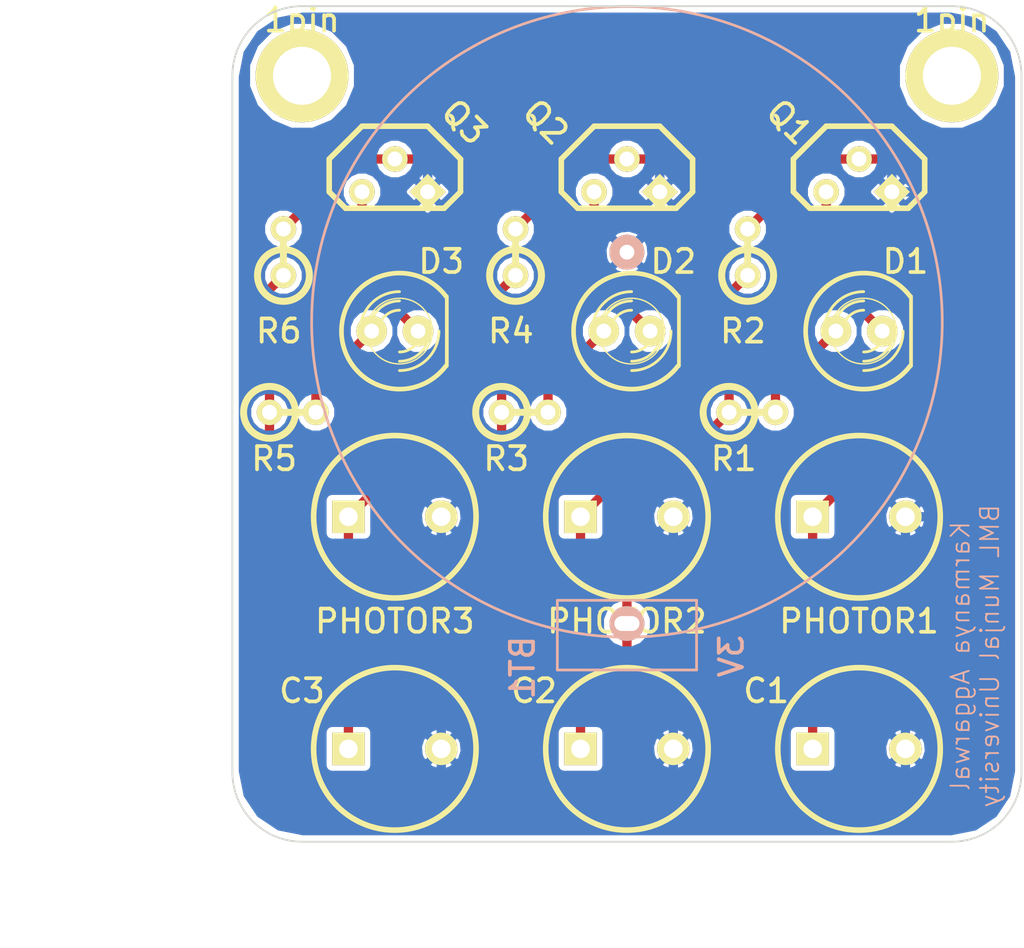
<source format=kicad_pcb>
(kicad_pcb (version 4) (host pcbnew "(2015-07-01 BZR 5850)-product")

  (general
    (links 30)
    (no_connects 0)
    (area 206.324288 177.1142 261.670001 231.3)
    (thickness 1.6)
    (drawings 12)
    (tracks 80)
    (zones 0)
    (modules 21)
    (nets 12)
  )

  (page A3)
  (layers
    (0 F.Cu signal)
    (31 B.Cu signal)
    (32 B.Adhes user)
    (33 F.Adhes user)
    (34 B.Paste user)
    (35 F.Paste user)
    (36 B.SilkS user)
    (37 F.SilkS user)
    (38 B.Mask user)
    (39 F.Mask user)
    (40 Dwgs.User user)
    (41 Cmts.User user)
    (42 Eco1.User user)
    (43 Eco2.User user)
    (44 Edge.Cuts user)
  )

  (setup
    (last_trace_width 0.254)
    (trace_clearance 0.254)
    (zone_clearance 0.3)
    (zone_45_only no)
    (trace_min 0.254)
    (segment_width 0.2)
    (edge_width 0.1)
    (via_size 0.889)
    (via_drill 0.635)
    (via_min_size 0.889)
    (via_min_drill 0.508)
    (uvia_size 0.508)
    (uvia_drill 0.127)
    (uvias_allowed no)
    (uvia_min_size 0.508)
    (uvia_min_drill 0.127)
    (pcb_text_width 0.3)
    (pcb_text_size 1.5 1.5)
    (mod_edge_width 0.15)
    (mod_text_size 1.27 1.27)
    (mod_text_width 0.2032)
    (pad_size 5.08 5.08)
    (pad_drill 3.175)
    (pad_to_mask_clearance 0)
    (aux_axis_origin 0 0)
    (visible_elements FFFFFF7F)
    (pcbplotparams
      (layerselection 0x00030_80000001)
      (usegerberextensions true)
      (excludeedgelayer true)
      (linewidth 0.150000)
      (plotframeref false)
      (viasonmask false)
      (mode 1)
      (useauxorigin false)
      (hpglpennumber 1)
      (hpglpenspeed 20)
      (hpglpendiameter 15)
      (hpglpenoverlay 2)
      (psnegative false)
      (psa4output false)
      (plotreference true)
      (plotvalue true)
      (plotinvisibletext false)
      (padsonsilk false)
      (subtractmaskfromsilk false)
      (outputformat 1)
      (mirror false)
      (drillshape 1)
      (scaleselection 1)
      (outputdirectory ""))
  )

  (net 0 "")
  (net 1 3V)
  (net 2 GND)
  (net 3 N-000001)
  (net 4 N-0000010)
  (net 5 N-000002)
  (net 6 N-000003)
  (net 7 N-000004)
  (net 8 N-000005)
  (net 9 N-000006)
  (net 10 N-000007)
  (net 11 N-000009)

  (net_class Default "This is the default net class."
    (clearance 0.254)
    (trace_width 0.254)
    (via_dia 0.889)
    (via_drill 0.635)
    (uvia_dia 0.508)
    (uvia_drill 0.127)
  )

  (net_class 0.02 ""
    (clearance 0.254)
    (trace_width 0.508)
    (via_dia 0.889)
    (via_drill 0.635)
    (uvia_dia 0.508)
    (uvia_drill 0.127)
    (add_net 3V)
    (add_net GND)
    (add_net N-000001)
    (add_net N-0000010)
    (add_net N-000002)
    (add_net N-000003)
    (add_net N-000004)
    (add_net N-000005)
    (add_net N-000006)
    (add_net N-000007)
    (add_net N-000009)
  )

  (module Connect:1pin (layer F.Cu) (tedit 55D6C364) (tstamp 55D6DB50)
    (at 222.25 181.61)
    (descr "module 1 pin (ou trou mecanique de percage)")
    (tags DEV)
    (fp_text reference 1pin (at 0 -3.048) (layer F.SilkS)
      (effects (font (size 1.27 1.27) (thickness 0.2032)))
    )
    (fp_text value VAL** (at 0 2.794) (layer F.SilkS) hide
      (effects (font (size 1.27 1.27) (thickness 0.2032)))
    )
    (fp_circle (center 0 0) (end 0 -2.286) (layer F.SilkS) (width 0.15))
    (pad 1 thru_hole circle (at 0 0) (size 5.08 5.08) (drill 3.175) (layers *.Cu *.Mask F.SilkS))
  )

  (module TO92-EBC-num (layer F.Cu) (tedit 55D6C509) (tstamp 55D60056)
    (at 252.73 187.96 315)
    (descr "Transistor TO92 brochage type BC237")
    (tags "TR TO92")
    (path /55D6A256)
    (fp_text reference Q1 (at -5.388154 0 315) (layer F.SilkS)
      (effects (font (size 1.27 1.27) (thickness 0.2032)))
    )
    (fp_text value PN2222A (at -0.508 -3.175 315) (layer F.SilkS) hide
      (effects (font (size 1.27 1.27) (thickness 0.2032)))
    )
    (fp_line (start -1.27 2.54) (end 2.54 -1.27) (layer F.SilkS) (width 0.3048))
    (fp_line (start 2.54 -1.27) (end 2.54 -2.54) (layer F.SilkS) (width 0.3048))
    (fp_line (start 2.54 -2.54) (end 1.27 -3.81) (layer F.SilkS) (width 0.3048))
    (fp_line (start 1.27 -3.81) (end -1.27 -3.81) (layer F.SilkS) (width 0.3048))
    (fp_line (start -1.27 -3.81) (end -3.81 -1.27) (layer F.SilkS) (width 0.3048))
    (fp_line (start -3.81 -1.27) (end -3.81 1.27) (layer F.SilkS) (width 0.3048))
    (fp_line (start -3.81 1.27) (end -2.54 2.54) (layer F.SilkS) (width 0.3048))
    (fp_line (start -2.54 2.54) (end -1.27 2.54) (layer F.SilkS) (width 0.3048))
    (pad 1 thru_hole rect (at 1.27 -1.27 315) (size 1.397 1.397) (drill 0.8128) (layers *.Cu *.Mask F.SilkS)
      (net 2 GND))
    (pad 2 thru_hole circle (at -1.27 -1.27 315) (size 1.397 1.397) (drill 0.8128) (layers *.Cu *.Mask F.SilkS)
      (net 3 N-000001))
    (pad 3 thru_hole circle (at -1.27 1.27 315) (size 1.397 1.397) (drill 0.8128) (layers *.Cu *.Mask F.SilkS)
      (net 5 N-000002))
    (model discret/to98.wrl
      (at (xyz 0 0 0))
      (scale (xyz 1 1 1))
      (rotate (xyz 0 0 0))
    )
  )

  (module TO92-EBC-num (layer F.Cu) (tedit 55D6C511) (tstamp 55D60065)
    (at 240.03 187.96 315)
    (descr "Transistor TO92 brochage type BC237")
    (tags "TR TO92")
    (path /55D6A272)
    (fp_text reference Q2 (at -5.837166 0.449013 315) (layer F.SilkS)
      (effects (font (size 1.27 1.27) (thickness 0.2032)))
    )
    (fp_text value PN2222A (at -0.508 -3.175 315) (layer F.SilkS) hide
      (effects (font (size 1.27 1.27) (thickness 0.2032)))
    )
    (fp_line (start -1.27 2.54) (end 2.54 -1.27) (layer F.SilkS) (width 0.3048))
    (fp_line (start 2.54 -1.27) (end 2.54 -2.54) (layer F.SilkS) (width 0.3048))
    (fp_line (start 2.54 -2.54) (end 1.27 -3.81) (layer F.SilkS) (width 0.3048))
    (fp_line (start 1.27 -3.81) (end -1.27 -3.81) (layer F.SilkS) (width 0.3048))
    (fp_line (start -1.27 -3.81) (end -3.81 -1.27) (layer F.SilkS) (width 0.3048))
    (fp_line (start -3.81 -1.27) (end -3.81 1.27) (layer F.SilkS) (width 0.3048))
    (fp_line (start -3.81 1.27) (end -2.54 2.54) (layer F.SilkS) (width 0.3048))
    (fp_line (start -2.54 2.54) (end -1.27 2.54) (layer F.SilkS) (width 0.3048))
    (pad 1 thru_hole rect (at 1.27 -1.27 315) (size 1.397 1.397) (drill 0.8128) (layers *.Cu *.Mask F.SilkS)
      (net 2 GND))
    (pad 2 thru_hole circle (at -1.27 -1.27 315) (size 1.397 1.397) (drill 0.8128) (layers *.Cu *.Mask F.SilkS)
      (net 11 N-000009))
    (pad 3 thru_hole circle (at -1.27 1.27 315) (size 1.397 1.397) (drill 0.8128) (layers *.Cu *.Mask F.SilkS)
      (net 7 N-000004))
    (model discret/to98.wrl
      (at (xyz 0 0 0))
      (scale (xyz 1 1 1))
      (rotate (xyz 0 0 0))
    )
  )

  (module TO92-EBC-num (layer F.Cu) (tedit 55D6C516) (tstamp 55D60074)
    (at 227.33 187.96 315)
    (descr "Transistor TO92 brochage type BC237")
    (tags "TR TO92")
    (path /55D5E943)
    (fp_text reference Q3 (at 0 -5.388154 315) (layer F.SilkS)
      (effects (font (size 1.27 1.27) (thickness 0.2032)))
    )
    (fp_text value PN2222A (at -0.508 -3.175 315) (layer F.SilkS) hide
      (effects (font (size 1.27 1.27) (thickness 0.2032)))
    )
    (fp_line (start -1.27 2.54) (end 2.54 -1.27) (layer F.SilkS) (width 0.3048))
    (fp_line (start 2.54 -1.27) (end 2.54 -2.54) (layer F.SilkS) (width 0.3048))
    (fp_line (start 2.54 -2.54) (end 1.27 -3.81) (layer F.SilkS) (width 0.3048))
    (fp_line (start 1.27 -3.81) (end -1.27 -3.81) (layer F.SilkS) (width 0.3048))
    (fp_line (start -1.27 -3.81) (end -3.81 -1.27) (layer F.SilkS) (width 0.3048))
    (fp_line (start -3.81 -1.27) (end -3.81 1.27) (layer F.SilkS) (width 0.3048))
    (fp_line (start -3.81 1.27) (end -2.54 2.54) (layer F.SilkS) (width 0.3048))
    (fp_line (start -2.54 2.54) (end -1.27 2.54) (layer F.SilkS) (width 0.3048))
    (pad 1 thru_hole rect (at 1.27 -1.27 315) (size 1.397 1.397) (drill 0.8128) (layers *.Cu *.Mask F.SilkS)
      (net 2 GND))
    (pad 2 thru_hole circle (at -1.27 -1.27 315) (size 1.397 1.397) (drill 0.8128) (layers *.Cu *.Mask F.SilkS)
      (net 9 N-000006))
    (pad 3 thru_hole circle (at -1.27 1.27 315) (size 1.397 1.397) (drill 0.8128) (layers *.Cu *.Mask F.SilkS)
      (net 8 N-000005))
    (model discret/to98.wrl
      (at (xyz 0 0 0))
      (scale (xyz 1 1 1))
      (rotate (xyz 0 0 0))
    )
  )

  (module R1 (layer F.Cu) (tedit 200000) (tstamp 55D6007C)
    (at 221.742 200.025)
    (descr "Resistance verticale")
    (tags R)
    (path /55D5B123)
    (autoplace_cost90 10)
    (autoplace_cost180 10)
    (fp_text reference R5 (at -1.016 2.54) (layer F.SilkS)
      (effects (font (size 1.27 1.27) (thickness 0.2032)))
    )
    (fp_text value 330 (at -1.143 2.54) (layer F.SilkS) hide
      (effects (font (size 1.27 1.27) (thickness 0.2032)))
    )
    (fp_line (start -1.27 0) (end 1.27 0) (layer F.SilkS) (width 0.381))
    (fp_circle (center -1.27 0) (end -0.635 1.27) (layer F.SilkS) (width 0.381))
    (pad 1 thru_hole circle (at -1.27 0) (size 1.397 1.397) (drill 0.8128) (layers *.Cu *.Mask F.SilkS)
      (net 1 3V))
    (pad 2 thru_hole circle (at 1.27 0) (size 1.397 1.397) (drill 0.8128) (layers *.Cu *.Mask F.SilkS)
      (net 10 N-000007))
    (model discret/verti_resistor.wrl
      (at (xyz 0 0 0))
      (scale (xyz 1 1 1))
      (rotate (xyz 0 0 0))
    )
  )

  (module R1 (layer F.Cu) (tedit 55D6C4F4) (tstamp 55D60084)
    (at 246.634 191.262 90)
    (descr "Resistance verticale")
    (tags R)
    (path /55D5B808)
    (autoplace_cost90 10)
    (autoplace_cost180 10)
    (fp_text reference R2 (at -4.318 -0.254 180) (layer F.SilkS)
      (effects (font (size 1.27 1.27) (thickness 0.2032)))
    )
    (fp_text value 100k (at -1.143 2.54 90) (layer F.SilkS) hide
      (effects (font (size 1.27 1.27) (thickness 0.2032)))
    )
    (fp_line (start -1.27 0) (end 1.27 0) (layer F.SilkS) (width 0.381))
    (fp_circle (center -1.27 0) (end -0.635 1.27) (layer F.SilkS) (width 0.381))
    (pad 1 thru_hole circle (at -1.27 0 90) (size 1.397 1.397) (drill 0.8128) (layers *.Cu *.Mask F.SilkS)
      (net 1 3V))
    (pad 2 thru_hole circle (at 1.27 0 90) (size 1.397 1.397) (drill 0.8128) (layers *.Cu *.Mask F.SilkS)
      (net 3 N-000001))
    (model discret/verti_resistor.wrl
      (at (xyz 0 0 0))
      (scale (xyz 1 1 1))
      (rotate (xyz 0 0 0))
    )
  )

  (module R1 (layer F.Cu) (tedit 200000) (tstamp 55D6008C)
    (at 246.888 200.025)
    (descr "Resistance verticale")
    (tags R)
    (path /55D5B802)
    (autoplace_cost90 10)
    (autoplace_cost180 10)
    (fp_text reference R1 (at -1.016 2.54) (layer F.SilkS)
      (effects (font (size 1.27 1.27) (thickness 0.2032)))
    )
    (fp_text value 330 (at -1.143 2.54) (layer F.SilkS) hide
      (effects (font (size 1.27 1.27) (thickness 0.2032)))
    )
    (fp_line (start -1.27 0) (end 1.27 0) (layer F.SilkS) (width 0.381))
    (fp_circle (center -1.27 0) (end -0.635 1.27) (layer F.SilkS) (width 0.381))
    (pad 1 thru_hole circle (at -1.27 0) (size 1.397 1.397) (drill 0.8128) (layers *.Cu *.Mask F.SilkS)
      (net 1 3V))
    (pad 2 thru_hole circle (at 1.27 0) (size 1.397 1.397) (drill 0.8128) (layers *.Cu *.Mask F.SilkS)
      (net 6 N-000003))
    (model discret/verti_resistor.wrl
      (at (xyz 0 0 0))
      (scale (xyz 1 1 1))
      (rotate (xyz 0 0 0))
    )
  )

  (module R1 (layer F.Cu) (tedit 55D6C4EF) (tstamp 55D60094)
    (at 233.934 191.262 90)
    (descr "Resistance verticale")
    (tags R)
    (path /55D5B7D7)
    (autoplace_cost90 10)
    (autoplace_cost180 10)
    (fp_text reference R4 (at -4.318 -0.254 180) (layer F.SilkS)
      (effects (font (size 1.27 1.27) (thickness 0.2032)))
    )
    (fp_text value 100k (at -1.143 2.54 90) (layer F.SilkS) hide
      (effects (font (size 1.27 1.27) (thickness 0.2032)))
    )
    (fp_line (start -1.27 0) (end 1.27 0) (layer F.SilkS) (width 0.381))
    (fp_circle (center -1.27 0) (end -0.635 1.27) (layer F.SilkS) (width 0.381))
    (pad 1 thru_hole circle (at -1.27 0 90) (size 1.397 1.397) (drill 0.8128) (layers *.Cu *.Mask F.SilkS)
      (net 1 3V))
    (pad 2 thru_hole circle (at 1.27 0 90) (size 1.397 1.397) (drill 0.8128) (layers *.Cu *.Mask F.SilkS)
      (net 11 N-000009))
    (model discret/verti_resistor.wrl
      (at (xyz 0 0 0))
      (scale (xyz 1 1 1))
      (rotate (xyz 0 0 0))
    )
  )

  (module R1 (layer F.Cu) (tedit 200000) (tstamp 55D6009C)
    (at 234.442 200.025)
    (descr "Resistance verticale")
    (tags R)
    (path /55D5B7D1)
    (autoplace_cost90 10)
    (autoplace_cost180 10)
    (fp_text reference R3 (at -1.016 2.54) (layer F.SilkS)
      (effects (font (size 1.27 1.27) (thickness 0.2032)))
    )
    (fp_text value 330 (at -1.143 2.54) (layer F.SilkS) hide
      (effects (font (size 1.27 1.27) (thickness 0.2032)))
    )
    (fp_line (start -1.27 0) (end 1.27 0) (layer F.SilkS) (width 0.381))
    (fp_circle (center -1.27 0) (end -0.635 1.27) (layer F.SilkS) (width 0.381))
    (pad 1 thru_hole circle (at -1.27 0) (size 1.397 1.397) (drill 0.8128) (layers *.Cu *.Mask F.SilkS)
      (net 1 3V))
    (pad 2 thru_hole circle (at 1.27 0) (size 1.397 1.397) (drill 0.8128) (layers *.Cu *.Mask F.SilkS)
      (net 4 N-0000010))
    (model discret/verti_resistor.wrl
      (at (xyz 0 0 0))
      (scale (xyz 1 1 1))
      (rotate (xyz 0 0 0))
    )
  )

  (module R1 (layer F.Cu) (tedit 55D6C4EB) (tstamp 55D600A4)
    (at 221.234 191.262 90)
    (descr "Resistance verticale")
    (tags R)
    (path /55D5B132)
    (autoplace_cost90 10)
    (autoplace_cost180 10)
    (fp_text reference R6 (at -4.318 -0.254 180) (layer F.SilkS)
      (effects (font (size 1.27 1.27) (thickness 0.2032)))
    )
    (fp_text value 100k (at -1.143 2.54 90) (layer F.SilkS) hide
      (effects (font (size 1.27 1.27) (thickness 0.2032)))
    )
    (fp_line (start -1.27 0) (end 1.27 0) (layer F.SilkS) (width 0.381))
    (fp_circle (center -1.27 0) (end -0.635 1.27) (layer F.SilkS) (width 0.381))
    (pad 1 thru_hole circle (at -1.27 0 90) (size 1.397 1.397) (drill 0.8128) (layers *.Cu *.Mask F.SilkS)
      (net 1 3V))
    (pad 2 thru_hole circle (at 1.27 0 90) (size 1.397 1.397) (drill 0.8128) (layers *.Cu *.Mask F.SilkS)
      (net 9 N-000006))
    (model discret/verti_resistor.wrl
      (at (xyz 0 0 0))
      (scale (xyz 1 1 1))
      (rotate (xyz 0 0 0))
    )
  )

  (module LED-5MM (layer F.Cu) (tedit 55D6C503) (tstamp 55D600B3)
    (at 240.03 195.58)
    (descr "LED 5mm - Lead pitch 100mil (2,54mm)")
    (tags "LED led 5mm 5MM 100mil 2,54mm")
    (path /55D5B7CB)
    (fp_text reference D2 (at 2.54 -3.81) (layer F.SilkS)
      (effects (font (size 1.27 1.27) (thickness 0.2032)))
    )
    (fp_text value LED (at 0 3.81) (layer F.SilkS) hide
      (effects (font (size 1.27 1.27) (thickness 0.2032)))
    )
    (fp_line (start 2.8448 1.905) (end 2.8448 -1.905) (layer F.SilkS) (width 0.2032))
    (fp_circle (center 0.254 0) (end -1.016 1.27) (layer F.SilkS) (width 0.0762))
    (fp_arc (start 0.254 0) (end 2.794 1.905) (angle 286.2) (layer F.SilkS) (width 0.254))
    (fp_arc (start 0.254 0) (end -0.889 0) (angle 90) (layer F.SilkS) (width 0.1524))
    (fp_arc (start 0.254 0) (end 1.397 0) (angle 90) (layer F.SilkS) (width 0.1524))
    (fp_arc (start 0.254 0) (end -1.397 0) (angle 90) (layer F.SilkS) (width 0.1524))
    (fp_arc (start 0.254 0) (end 1.905 0) (angle 90) (layer F.SilkS) (width 0.1524))
    (fp_arc (start 0.254 0) (end -1.905 0) (angle 90) (layer F.SilkS) (width 0.1524))
    (fp_arc (start 0.254 0) (end 2.413 0) (angle 90) (layer F.SilkS) (width 0.1524))
    (pad 1 thru_hole circle (at -1.27 0) (size 1.6764 1.6764) (drill 0.8128) (layers *.Cu *.Mask F.SilkS)
      (net 4 N-0000010))
    (pad 2 thru_hole circle (at 1.27 0) (size 1.6764 1.6764) (drill 0.8128) (layers *.Cu *.Mask F.SilkS)
      (net 7 N-000004))
    (model discret/leds/led5_vertical_verde.wrl
      (at (xyz 0 0 0))
      (scale (xyz 1 1 1))
      (rotate (xyz 0 0 0))
    )
  )

  (module LED-5MM (layer F.Cu) (tedit 55D6C506) (tstamp 55D600C2)
    (at 252.73 195.58)
    (descr "LED 5mm - Lead pitch 100mil (2,54mm)")
    (tags "LED led 5mm 5MM 100mil 2,54mm")
    (path /55D5B7FC)
    (fp_text reference D1 (at 2.54 -3.81) (layer F.SilkS)
      (effects (font (size 1.27 1.27) (thickness 0.2032)))
    )
    (fp_text value LED (at 0 3.81) (layer F.SilkS) hide
      (effects (font (size 1.27 1.27) (thickness 0.2032)))
    )
    (fp_line (start 2.8448 1.905) (end 2.8448 -1.905) (layer F.SilkS) (width 0.2032))
    (fp_circle (center 0.254 0) (end -1.016 1.27) (layer F.SilkS) (width 0.0762))
    (fp_arc (start 0.254 0) (end 2.794 1.905) (angle 286.2) (layer F.SilkS) (width 0.254))
    (fp_arc (start 0.254 0) (end -0.889 0) (angle 90) (layer F.SilkS) (width 0.1524))
    (fp_arc (start 0.254 0) (end 1.397 0) (angle 90) (layer F.SilkS) (width 0.1524))
    (fp_arc (start 0.254 0) (end -1.397 0) (angle 90) (layer F.SilkS) (width 0.1524))
    (fp_arc (start 0.254 0) (end 1.905 0) (angle 90) (layer F.SilkS) (width 0.1524))
    (fp_arc (start 0.254 0) (end -1.905 0) (angle 90) (layer F.SilkS) (width 0.1524))
    (fp_arc (start 0.254 0) (end 2.413 0) (angle 90) (layer F.SilkS) (width 0.1524))
    (pad 1 thru_hole circle (at -1.27 0) (size 1.6764 1.6764) (drill 0.8128) (layers *.Cu *.Mask F.SilkS)
      (net 6 N-000003))
    (pad 2 thru_hole circle (at 1.27 0) (size 1.6764 1.6764) (drill 0.8128) (layers *.Cu *.Mask F.SilkS)
      (net 5 N-000002))
    (model discret/leds/led5_vertical_verde.wrl
      (at (xyz 0 0 0))
      (scale (xyz 1 1 1))
      (rotate (xyz 0 0 0))
    )
  )

  (module LED-5MM (layer F.Cu) (tedit 55D6C4FA) (tstamp 55D600D1)
    (at 227.33 195.58)
    (descr "LED 5mm - Lead pitch 100mil (2,54mm)")
    (tags "LED led 5mm 5MM 100mil 2,54mm")
    (path /55D5B114)
    (fp_text reference D3 (at 2.54 -3.81) (layer F.SilkS)
      (effects (font (size 1.27 1.27) (thickness 0.2032)))
    )
    (fp_text value LED (at 0 3.81) (layer F.SilkS) hide
      (effects (font (size 1.27 1.27) (thickness 0.2032)))
    )
    (fp_line (start 2.8448 1.905) (end 2.8448 -1.905) (layer F.SilkS) (width 0.2032))
    (fp_circle (center 0.254 0) (end -1.016 1.27) (layer F.SilkS) (width 0.0762))
    (fp_arc (start 0.254 0) (end 2.794 1.905) (angle 286.2) (layer F.SilkS) (width 0.254))
    (fp_arc (start 0.254 0) (end -0.889 0) (angle 90) (layer F.SilkS) (width 0.1524))
    (fp_arc (start 0.254 0) (end 1.397 0) (angle 90) (layer F.SilkS) (width 0.1524))
    (fp_arc (start 0.254 0) (end -1.397 0) (angle 90) (layer F.SilkS) (width 0.1524))
    (fp_arc (start 0.254 0) (end 1.905 0) (angle 90) (layer F.SilkS) (width 0.1524))
    (fp_arc (start 0.254 0) (end -1.905 0) (angle 90) (layer F.SilkS) (width 0.1524))
    (fp_arc (start 0.254 0) (end 2.413 0) (angle 90) (layer F.SilkS) (width 0.1524))
    (pad 1 thru_hole circle (at -1.27 0) (size 1.6764 1.6764) (drill 0.8128) (layers *.Cu *.Mask F.SilkS)
      (net 10 N-000007))
    (pad 2 thru_hole circle (at 1.27 0) (size 1.6764 1.6764) (drill 0.8128) (layers *.Cu *.Mask F.SilkS)
      (net 8 N-000005))
    (model discret/leds/led5_vertical_verde.wrl
      (at (xyz 0 0 0))
      (scale (xyz 1 1 1))
      (rotate (xyz 0 0 0))
    )
  )

  (module C2V8 (layer F.Cu) (tedit 55D6C4D7) (tstamp 55D600D8)
    (at 240.03 218.44)
    (descr "Condensateur polarise")
    (tags CP)
    (path /55D5B7DD)
    (fp_text reference C2 (at -5.08 -3.175) (layer F.SilkS)
      (effects (font (size 1.27 1.27) (thickness 0.2032)))
    )
    (fp_text value 22uF (at 0 -2.54) (layer F.SilkS) hide
      (effects (font (size 1.27 1.27) (thickness 0.2032)))
    )
    (fp_circle (center 0 0) (end -4.445 0) (layer F.SilkS) (width 0.3048))
    (pad 1 thru_hole rect (at -2.54 0) (size 1.778 1.778) (drill 1.016) (layers *.Cu *.Mask F.SilkS)
      (net 11 N-000009))
    (pad 2 thru_hole circle (at 2.54 0) (size 1.778 1.778) (drill 1.016) (layers *.Cu *.Mask F.SilkS)
      (net 2 GND))
    (model discret/c_vert_c2v10.wrl
      (at (xyz 0 0 0))
      (scale (xyz 1 1 1))
      (rotate (xyz 0 0 0))
    )
  )

  (module C2V8 (layer F.Cu) (tedit 55D6C558) (tstamp 55D600DF)
    (at 240.03 205.74)
    (descr "Condensateur polarise")
    (tags CP)
    (path /55D5B7E8)
    (fp_text reference PHOTOR2 (at 0 5.715) (layer F.SilkS)
      (effects (font (size 1.27 1.27) (thickness 0.2032)))
    )
    (fp_text value PHOTOR (at 0 -2.54) (layer F.SilkS) hide
      (effects (font (size 1.27 1.27) (thickness 0.2032)))
    )
    (fp_circle (center 0 0) (end -4.445 0) (layer F.SilkS) (width 0.3048))
    (pad 1 thru_hole rect (at -2.54 0) (size 1.778 1.778) (drill 1.016) (layers *.Cu *.Mask F.SilkS)
      (net 11 N-000009))
    (pad 2 thru_hole circle (at 2.54 0) (size 1.778 1.778) (drill 1.016) (layers *.Cu *.Mask F.SilkS)
      (net 2 GND))
    (model discret/c_vert_c2v10.wrl
      (at (xyz 0 0 0))
      (scale (xyz 1 1 1))
      (rotate (xyz 0 0 0))
    )
  )

  (module C2V8 (layer F.Cu) (tedit 55D6C54D) (tstamp 55D600E6)
    (at 227.33 205.74)
    (descr "Condensateur polarise")
    (tags CP)
    (path /55D5B709)
    (fp_text reference PHOTOR3 (at 0 5.715) (layer F.SilkS)
      (effects (font (size 1.27 1.27) (thickness 0.2032)))
    )
    (fp_text value PHOTOR (at 0 -2.54) (layer F.SilkS) hide
      (effects (font (size 1.27 1.27) (thickness 0.2032)))
    )
    (fp_circle (center 0 0) (end -4.445 0) (layer F.SilkS) (width 0.3048))
    (pad 1 thru_hole rect (at -2.54 0) (size 1.778 1.778) (drill 1.016) (layers *.Cu *.Mask F.SilkS)
      (net 9 N-000006))
    (pad 2 thru_hole circle (at 2.54 0) (size 1.778 1.778) (drill 1.016) (layers *.Cu *.Mask F.SilkS)
      (net 2 GND))
    (model discret/c_vert_c2v10.wrl
      (at (xyz 0 0 0))
      (scale (xyz 1 1 1))
      (rotate (xyz 0 0 0))
    )
  )

  (module C2V8 (layer F.Cu) (tedit 55D6C4E0) (tstamp 55D600ED)
    (at 252.73 218.44)
    (descr "Condensateur polarise")
    (tags CP)
    (path /55D5B80E)
    (fp_text reference C1 (at -5.08 -3.175) (layer F.SilkS)
      (effects (font (size 1.27 1.27) (thickness 0.2032)))
    )
    (fp_text value 22uF (at 0 -2.54) (layer F.SilkS) hide
      (effects (font (size 1.27 1.27) (thickness 0.2032)))
    )
    (fp_circle (center 0 0) (end -4.445 0) (layer F.SilkS) (width 0.3048))
    (pad 1 thru_hole rect (at -2.54 0) (size 1.778 1.778) (drill 1.016) (layers *.Cu *.Mask F.SilkS)
      (net 3 N-000001))
    (pad 2 thru_hole circle (at 2.54 0) (size 1.778 1.778) (drill 1.016) (layers *.Cu *.Mask F.SilkS)
      (net 2 GND))
    (model discret/c_vert_c2v10.wrl
      (at (xyz 0 0 0))
      (scale (xyz 1 1 1))
      (rotate (xyz 0 0 0))
    )
  )

  (module C2V8 (layer F.Cu) (tedit 55D6C550) (tstamp 55D600F4)
    (at 252.73 205.74)
    (descr "Condensateur polarise")
    (tags CP)
    (path /55D5B819)
    (fp_text reference PHOTOR1 (at 0 5.715) (layer F.SilkS)
      (effects (font (size 1.27 1.27) (thickness 0.2032)))
    )
    (fp_text value PHOTOR (at 0 -2.54) (layer F.SilkS) hide
      (effects (font (size 1.27 1.27) (thickness 0.2032)))
    )
    (fp_circle (center 0 0) (end -4.445 0) (layer F.SilkS) (width 0.3048))
    (pad 1 thru_hole rect (at -2.54 0) (size 1.778 1.778) (drill 1.016) (layers *.Cu *.Mask F.SilkS)
      (net 3 N-000001))
    (pad 2 thru_hole circle (at 2.54 0) (size 1.778 1.778) (drill 1.016) (layers *.Cu *.Mask F.SilkS)
      (net 2 GND))
    (model discret/c_vert_c2v10.wrl
      (at (xyz 0 0 0))
      (scale (xyz 1 1 1))
      (rotate (xyz 0 0 0))
    )
  )

  (module C2V8 (layer F.Cu) (tedit 55D6C4DC) (tstamp 55D600FB)
    (at 227.33 218.44)
    (descr "Condensateur polarise")
    (tags CP)
    (path /55D5B141)
    (fp_text reference C3 (at -5.08 -3.175) (layer F.SilkS)
      (effects (font (size 1.27 1.27) (thickness 0.2032)))
    )
    (fp_text value 22uF (at 0 -2.54) (layer F.SilkS) hide
      (effects (font (size 1.27 1.27) (thickness 0.2032)))
    )
    (fp_circle (center 0 0) (end -4.445 0) (layer F.SilkS) (width 0.3048))
    (pad 1 thru_hole rect (at -2.54 0) (size 1.778 1.778) (drill 1.016) (layers *.Cu *.Mask F.SilkS)
      (net 9 N-000006))
    (pad 2 thru_hole circle (at 2.54 0) (size 1.778 1.778) (drill 1.016) (layers *.Cu *.Mask F.SilkS)
      (net 2 GND))
    (model discret/c_vert_c2v10.wrl
      (at (xyz 0 0 0))
      (scale (xyz 1 1 1))
      (rotate (xyz 0 0 0))
    )
  )

  (module BS-7-CR2032-2 (layer B.Cu) (tedit 55D6C5C2) (tstamp 55D60107)
    (at 240.03 195.072 270)
    (path /55D5B338)
    (fp_text reference BT1 (at 18.923 5.715 270) (layer B.SilkS)
      (effects (font (size 1.27 1.27) (thickness 0.2032)) (justify mirror))
    )
    (fp_text value 3V (at 18.288 -5.715 270) (layer B.SilkS)
      (effects (font (size 1.27 1.27) (thickness 0.2032)) (justify mirror))
    )
    (fp_line (start 16.51 3.81) (end 19.05 3.81) (layer B.SilkS) (width 0.15))
    (fp_line (start 19.05 3.81) (end 19.05 -3.81) (layer B.SilkS) (width 0.15))
    (fp_line (start 19.05 -3.81) (end 15.24 -3.81) (layer B.SilkS) (width 0.15))
    (fp_line (start 15.24 -3.81) (end 15.24 3.81) (layer B.SilkS) (width 0.15))
    (fp_line (start 15.24 3.81) (end 16.51 3.81) (layer B.SilkS) (width 0.15))
    (fp_circle (center 0 0) (end 12.2 -12.2) (layer B.SilkS) (width 0.15))
    (pad 2 thru_hole circle (at -3.81 0 270) (size 1.905 1.905) (drill 0.8128) (layers *.Cu *.Mask B.SilkS)
      (net 2 GND))
    (pad 1 thru_hole circle (at 16.51 0 270) (size 1.905 1.905) (drill oval 0.8128 1.3716) (layers *.Cu *.Mask B.SilkS)
      (net 1 3V))
  )

  (module Connect:1pin (layer F.Cu) (tedit 55D6C364) (tstamp 55D6DB3E)
    (at 257.81 181.61)
    (descr "module 1 pin (ou trou mecanique de percage)")
    (tags DEV)
    (fp_text reference 1pin (at 0 -3.048) (layer F.SilkS)
      (effects (font (size 1.27 1.27) (thickness 0.2032)))
    )
    (fp_text value VAL** (at 0 2.794) (layer F.SilkS) hide
      (effects (font (size 1.27 1.27) (thickness 0.2032)))
    )
    (fp_circle (center 0 0) (end 0 -2.286) (layer F.SilkS) (width 0.15))
    (pad 1 thru_hole circle (at 0 0) (size 5.08 5.08) (drill 3.175) (layers *.Cu *.Mask F.SilkS))
  )

  (dimension 43.18 (width 0.3) (layer Dwgs.User)
    (gr_text "1.7000 in" (at 240.03 229.949999) (layer Dwgs.User)
      (effects (font (size 1.5 1.5) (thickness 0.3)))
    )
    (feature1 (pts (xy 261.62 225.425) (xy 261.62 231.299999)))
    (feature2 (pts (xy 218.44 225.425) (xy 218.44 231.299999)))
    (crossbar (pts (xy 218.44 228.599999) (xy 261.62 228.599999)))
    (arrow1a (pts (xy 261.62 228.599999) (xy 260.493496 229.18642)))
    (arrow1b (pts (xy 261.62 228.599999) (xy 260.493496 228.013578)))
    (arrow2a (pts (xy 218.44 228.599999) (xy 219.566504 229.18642)))
    (arrow2b (pts (xy 218.44 228.599999) (xy 219.566504 228.013578)))
  )
  (dimension 45.72 (width 0.3) (layer Dwgs.User)
    (gr_text "1.8000 in" (at 212.010001 200.66 270) (layer Dwgs.User)
      (effects (font (size 1.5 1.5) (thickness 0.3)))
    )
    (feature1 (pts (xy 216.535 223.52) (xy 210.660001 223.52)))
    (feature2 (pts (xy 216.535 177.8) (xy 210.660001 177.8)))
    (crossbar (pts (xy 213.360001 177.8) (xy 213.360001 223.52)))
    (arrow1a (pts (xy 213.360001 223.52) (xy 212.77358 222.393496)))
    (arrow1b (pts (xy 213.360001 223.52) (xy 213.946422 222.393496)))
    (arrow2a (pts (xy 213.360001 177.8) (xy 212.77358 178.926504)))
    (arrow2b (pts (xy 213.360001 177.8) (xy 213.946422 178.926504)))
  )
  (gr_arc (start 257.81 181.61) (end 257.81 177.8) (angle 90) (layer Edge.Cuts) (width 0.1))
  (gr_arc (start 222.25 181.61) (end 218.44 181.61) (angle 90) (layer Edge.Cuts) (width 0.1))
  (gr_arc (start 222.25 219.71) (end 222.25 223.52) (angle 90) (layer Edge.Cuts) (width 0.1))
  (gr_arc (start 257.81 219.71) (end 261.62 219.71) (angle 90) (layer Edge.Cuts) (width 0.1))
  (gr_line (start 261.62 219.71) (end 261.62 181.61) (angle 90) (layer Edge.Cuts) (width 0.1))
  (gr_line (start 222.25 223.52) (end 257.81 223.52) (angle 90) (layer Edge.Cuts) (width 0.1))
  (gr_line (start 218.44 181.61) (end 218.44 219.71) (angle 90) (layer Edge.Cuts) (width 0.1))
  (gr_line (start 222.885 177.8) (end 222.25 177.8) (angle 90) (layer Edge.Cuts) (width 0.1))
  (gr_line (start 257.81 177.8) (end 222.885 177.8) (angle 90) (layer Edge.Cuts) (width 0.1))
  (gr_text "Karmanya Aggarwal\nBML Munjal University" (at 259.08 213.36 90) (layer B.SilkS)
    (effects (font (size 1 1) (thickness 0.1)) (justify mirror))
  )

  (segment (start 245.618 200.025) (end 245.618 193.548) (width 0.508) (layer F.Cu) (net 1) (status 10))
  (segment (start 245.618 193.548) (end 246.634 192.532) (width 0.508) (layer F.Cu) (net 1) (tstamp 55D6C1C9))
  (segment (start 233.172 200.025) (end 233.172 193.294) (width 0.508) (layer F.Cu) (net 1))
  (segment (start 233.172 193.294) (end 233.934 192.532) (width 0.508) (layer F.Cu) (net 1) (tstamp 55D6C1C6))
  (segment (start 220.472 200.025) (end 220.472 193.294) (width 0.508) (layer F.Cu) (net 1))
  (segment (start 220.472 193.294) (end 221.234 192.532) (width 0.508) (layer F.Cu) (net 1) (tstamp 55D6C1C3))
  (segment (start 233.172 200.025) (end 233.172 221.234) (width 0.508) (layer F.Cu) (net 1))
  (segment (start 220.472 200.025) (end 220.472 219.7735) (width 0.508) (layer F.Cu) (net 1))
  (segment (start 220.472 219.7735) (end 221.9325 221.234) (width 0.508) (layer F.Cu) (net 1) (tstamp 55D6C028))
  (segment (start 221.9325 221.234) (end 233.172 221.234) (width 0.508) (layer F.Cu) (net 1) (tstamp 55D6C02C))
  (segment (start 240.03 219.964) (end 240.03 211.582) (width 0.508) (layer F.Cu) (net 1) (tstamp 55D6C030))
  (segment (start 233.172 221.234) (end 238.76 221.234) (width 0.508) (layer F.Cu) (net 1) (tstamp 55D6C037))
  (segment (start 238.76 221.234) (end 240.03 219.964) (width 0.508) (layer F.Cu) (net 1) (tstamp 55D6C02E))
  (segment (start 240.03 211.582) (end 240.03 205.613) (width 0.508) (layer F.Cu) (net 1))
  (segment (start 240.03 205.613) (end 245.618 200.025) (width 0.508) (layer F.Cu) (net 1) (tstamp 55D6C016) (status 20))
  (segment (start 254.526051 187.96) (end 257.429 187.96) (width 0.508) (layer B.Cu) (net 2))
  (segment (start 256.794 205.74) (end 255.27 205.74) (width 0.508) (layer B.Cu) (net 2) (tstamp 55D6BE3E))
  (segment (start 258.6355 203.8985) (end 256.794 205.74) (width 0.508) (layer B.Cu) (net 2) (tstamp 55D6BE3C))
  (segment (start 258.6355 189.1665) (end 258.6355 203.8985) (width 0.508) (layer B.Cu) (net 2) (tstamp 55D6BE3A))
  (segment (start 257.429 187.96) (end 258.6355 189.1665) (width 0.508) (layer B.Cu) (net 2) (tstamp 55D6BE39))
  (segment (start 241.826051 187.96) (end 241.826051 189.465949) (width 0.508) (layer B.Cu) (net 2))
  (segment (start 241.826051 189.465949) (end 240.03 191.262) (width 0.508) (layer B.Cu) (net 2) (tstamp 55D6BE34))
  (segment (start 241.826051 187.96) (end 241.826051 182.88) (width 0.508) (layer B.Cu) (net 2))
  (segment (start 229.126051 187.96) (end 229.126051 184.766949) (width 0.508) (layer B.Cu) (net 2))
  (segment (start 254.526051 184.739551) (end 254.526051 187.96) (width 0.508) (layer B.Cu) (net 2) (tstamp 55D6BE2C))
  (segment (start 252.6665 182.88) (end 254.526051 184.739551) (width 0.508) (layer B.Cu) (net 2) (tstamp 55D6BE2A))
  (segment (start 231.013 182.88) (end 241.826051 182.88) (width 0.508) (layer B.Cu) (net 2) (tstamp 55D6BE28))
  (segment (start 241.826051 182.88) (end 252.6665 182.88) (width 0.508) (layer B.Cu) (net 2) (tstamp 55D6BE32))
  (segment (start 229.126051 184.766949) (end 231.013 182.88) (width 0.508) (layer B.Cu) (net 2) (tstamp 55D6BE26))
  (segment (start 242.57 218.44) (end 242.57 222.0595) (width 0.508) (layer B.Cu) (net 2))
  (segment (start 229.87 218.44) (end 229.87 220.1545) (width 0.508) (layer B.Cu) (net 2))
  (segment (start 229.87 220.1545) (end 231.775 222.0595) (width 0.508) (layer B.Cu) (net 2) (tstamp 55D6BE16))
  (segment (start 231.775 222.0595) (end 242.57 222.0595) (width 0.508) (layer B.Cu) (net 2) (tstamp 55D6BE18))
  (segment (start 255.27 220.6625) (end 255.27 218.44) (width 0.508) (layer B.Cu) (net 2) (tstamp 55D6BE1C))
  (segment (start 242.57 222.0595) (end 253.873 222.0595) (width 0.508) (layer B.Cu) (net 2) (tstamp 55D6BE22))
  (segment (start 253.873 222.0595) (end 255.27 220.6625) (width 0.508) (layer B.Cu) (net 2) (tstamp 55D6BE1A))
  (segment (start 255.27 205.74) (end 255.27 218.44) (width 0.508) (layer B.Cu) (net 2))
  (segment (start 242.57 205.74) (end 242.57 218.44) (width 0.508) (layer B.Cu) (net 2))
  (segment (start 229.87 205.74) (end 229.87 218.44) (width 0.508) (layer B.Cu) (net 2))
  (segment (start 252.73 186.163949) (end 250.462051 186.163949) (width 0.508) (layer F.Cu) (net 3))
  (segment (start 250.462051 186.163949) (end 246.634 189.992) (width 0.508) (layer F.Cu) (net 3) (tstamp 55D6C1BE))
  (segment (start 252.73 186.163949) (end 255.569449 186.163949) (width 0.508) (layer F.Cu) (net 3))
  (segment (start 256.8575 199.0725) (end 250.19 205.74) (width 0.508) (layer F.Cu) (net 3) (tstamp 55D6BEFD))
  (segment (start 256.8575 187.452) (end 256.8575 199.0725) (width 0.508) (layer F.Cu) (net 3) (tstamp 55D6BEFB))
  (segment (start 255.569449 186.163949) (end 256.8575 187.452) (width 0.508) (layer F.Cu) (net 3) (tstamp 55D6BEFA))
  (segment (start 250.19 218.44) (end 250.19 205.74) (width 0.508) (layer F.Cu) (net 3))
  (segment (start 235.712 200.025) (end 235.712 198.628) (width 0.508) (layer F.Cu) (net 4))
  (segment (start 235.712 198.628) (end 238.76 195.58) (width 0.508) (layer F.Cu) (net 4) (tstamp 55D6C113))
  (segment (start 250.933949 187.96) (end 250.933949 192.513949) (width 0.508) (layer F.Cu) (net 5))
  (segment (start 250.933949 192.513949) (end 254 195.58) (width 0.508) (layer F.Cu) (net 5) (tstamp 55D6BDE7))
  (segment (start 248.158 200.025) (end 248.158 198.882) (width 0.508) (layer F.Cu) (net 6) (status 10))
  (segment (start 248.158 198.882) (end 251.46 195.58) (width 0.508) (layer F.Cu) (net 6) (tstamp 55D6C10E))
  (segment (start 238.233949 187.96) (end 238.233949 192.513949) (width 0.508) (layer F.Cu) (net 7))
  (segment (start 238.233949 192.513949) (end 241.3 195.58) (width 0.508) (layer F.Cu) (net 7) (tstamp 55D6BDE3))
  (segment (start 225.533949 187.96) (end 225.533949 192.513949) (width 0.508) (layer F.Cu) (net 8))
  (segment (start 225.533949 192.513949) (end 228.6 195.58) (width 0.508) (layer F.Cu) (net 8) (tstamp 55D6BDEB))
  (segment (start 227.33 186.163949) (end 225.062051 186.163949) (width 0.508) (layer F.Cu) (net 9))
  (segment (start 225.062051 186.163949) (end 221.234 189.992) (width 0.508) (layer F.Cu) (net 9) (tstamp 55D6C1B6))
  (segment (start 227.33 186.163949) (end 230.423449 186.163949) (width 0.508) (layer F.Cu) (net 9))
  (segment (start 231.267 199.263) (end 224.79 205.74) (width 0.508) (layer F.Cu) (net 9) (tstamp 55D6BFEF))
  (segment (start 231.267 192.913) (end 231.267 199.263) (width 0.508) (layer F.Cu) (net 9) (tstamp 55D6BFEE))
  (segment (start 230.632 192.278) (end 231.267 192.913) (width 0.508) (layer F.Cu) (net 9) (tstamp 55D6BFED))
  (segment (start 230.632 190.0555) (end 230.632 192.278) (width 0.508) (layer F.Cu) (net 9) (tstamp 55D6BFEC))
  (segment (start 231.2035 189.484) (end 230.632 190.0555) (width 0.508) (layer F.Cu) (net 9) (tstamp 55D6BFEB))
  (segment (start 231.2035 186.944) (end 231.2035 189.484) (width 0.508) (layer F.Cu) (net 9) (tstamp 55D6BFE7))
  (segment (start 230.423449 186.163949) (end 231.2035 186.944) (width 0.508) (layer F.Cu) (net 9) (tstamp 55D6BFE6))
  (segment (start 224.79 218.44) (end 224.79 205.74) (width 0.508) (layer F.Cu) (net 9))
  (segment (start 223.012 200.025) (end 223.012 198.628) (width 0.508) (layer F.Cu) (net 10))
  (segment (start 223.012 198.628) (end 226.06 195.58) (width 0.508) (layer F.Cu) (net 10) (tstamp 55D6C116))
  (segment (start 240.03 186.163949) (end 237.762051 186.163949) (width 0.508) (layer F.Cu) (net 11))
  (segment (start 237.762051 186.163949) (end 233.934 189.992) (width 0.508) (layer F.Cu) (net 11) (tstamp 55D6C1BA))
  (segment (start 240.03 186.163949) (end 242.996449 186.163949) (width 0.508) (layer F.Cu) (net 11))
  (segment (start 243.967 199.263) (end 237.49 205.74) (width 0.508) (layer F.Cu) (net 11) (tstamp 55D6BFFA))
  (segment (start 243.967 192.9765) (end 243.967 199.263) (width 0.508) (layer F.Cu) (net 11) (tstamp 55D6BFF9))
  (segment (start 243.332 192.3415) (end 243.967 192.9765) (width 0.508) (layer F.Cu) (net 11) (tstamp 55D6BFF8))
  (segment (start 243.332 189.992) (end 243.332 192.3415) (width 0.508) (layer F.Cu) (net 11) (tstamp 55D6BFF7))
  (segment (start 244.0305 189.2935) (end 243.332 189.992) (width 0.508) (layer F.Cu) (net 11) (tstamp 55D6BFF6))
  (segment (start 244.0305 187.198) (end 244.0305 189.2935) (width 0.508) (layer F.Cu) (net 11) (tstamp 55D6BFF4))
  (segment (start 242.996449 186.163949) (end 244.0305 187.198) (width 0.508) (layer F.Cu) (net 11) (tstamp 55D6BFF3))
  (segment (start 237.49 218.44) (end 237.49 205.74) (width 0.508) (layer F.Cu) (net 11))

  (zone (net 2) (net_name GND) (layer B.Cu) (tstamp 55D6DB73) (hatch edge 0.508)
    (connect_pads (clearance 0.3))
    (min_thickness 0.1)
    (fill yes (arc_segments 16) (thermal_gap 0.15) (thermal_bridge_width 0.4))
    (polygon
      (pts
        (xy 261.62 223.52) (xy 218.44 223.52) (xy 218.44 177.8) (xy 261.62 177.8)
      )
    )
    (filled_polygon
      (pts
        (xy 259.111951 178.466811) (xy 260.215693 179.204307) (xy 260.953189 180.308049) (xy 261.22 181.649396) (xy 261.22 219.670604)
        (xy 260.953189 221.011951) (xy 260.215693 222.115693) (xy 259.111951 222.853189) (xy 257.770604 223.12) (xy 222.289396 223.12)
        (xy 220.948049 222.853189) (xy 219.844307 222.115693) (xy 219.106811 221.011951) (xy 218.84 219.670604) (xy 218.84 217.194143)
        (xy 223.901 217.194143) (xy 223.767546 217.220036) (xy 223.650253 217.297086) (xy 223.571737 217.413403) (xy 223.544143 217.551)
        (xy 223.544143 219.329) (xy 223.570036 219.462454) (xy 223.647086 219.579747) (xy 223.763403 219.658263) (xy 223.901 219.685857)
        (xy 225.679 219.685857) (xy 225.812454 219.659964) (xy 225.929747 219.582914) (xy 226.008263 219.466597) (xy 226.035857 219.329)
        (xy 226.035857 219.288296) (xy 229.233836 219.288296) (xy 229.344697 219.418213) (xy 229.759029 219.544775) (xy 230.190256 219.503146)
        (xy 230.395303 219.418213) (xy 230.506164 219.288296) (xy 230.294032 219.076164) (xy 230.718296 219.076164) (xy 230.848213 218.965303)
        (xy 230.974775 218.550971) (xy 230.933146 218.119744) (xy 230.848213 217.914697) (xy 230.718296 217.803836) (xy 230.082132 218.44)
        (xy 229.657868 218.44) (xy 229.657868 218.44) (xy 229.021704 217.803836) (xy 228.891787 217.914697) (xy 228.765225 218.329029)
        (xy 228.806854 218.760256) (xy 228.891787 218.965303) (xy 229.021704 219.076164) (xy 229.657868 218.44) (xy 230.082132 218.44)
        (xy 229.657868 218.44) (xy 229.657868 218.44) (xy 230.082132 218.44) (xy 230.718296 219.076164) (xy 230.294032 219.076164)
        (xy 229.87 218.652132) (xy 229.233836 219.288296) (xy 226.035857 219.288296) (xy 226.035857 217.551) (xy 226.009964 217.417546)
        (xy 225.983234 217.376854) (xy 229.549744 217.376854) (xy 229.344697 217.461787) (xy 229.233836 217.591704) (xy 229.87 218.227868)
        (xy 230.506164 217.591704) (xy 230.395303 217.461787) (xy 229.980971 217.335225) (xy 229.549744 217.376854) (xy 225.983234 217.376854)
        (xy 225.932914 217.300253) (xy 225.816597 217.221737) (xy 225.679 217.194143) (xy 236.601 217.194143) (xy 236.467546 217.220036)
        (xy 236.350253 217.297086) (xy 236.271737 217.413403) (xy 236.244143 217.551) (xy 236.244143 219.329) (xy 236.270036 219.462454)
        (xy 236.347086 219.579747) (xy 236.463403 219.658263) (xy 236.601 219.685857) (xy 238.379 219.685857) (xy 238.512454 219.659964)
        (xy 238.629747 219.582914) (xy 238.708263 219.466597) (xy 238.735857 219.329) (xy 238.735857 217.551) (xy 238.709964 217.417546)
        (xy 238.632914 217.300253) (xy 238.516597 217.221737) (xy 238.379 217.194143) (xy 249.301 217.194143) (xy 238.379 217.194143)
        (xy 238.379 217.194143) (xy 249.301 217.194143) (xy 249.167546 217.220036) (xy 249.050253 217.297086) (xy 248.971737 217.413403)
        (xy 242.936907 217.413403) (xy 242.680971 217.335225) (xy 242.249744 217.376854) (xy 242.044697 217.461787) (xy 241.933836 217.591704)
        (xy 242.57 218.227868) (xy 243.206164 217.591704) (xy 243.095303 217.461787) (xy 242.936907 217.413403) (xy 248.971737 217.413403)
        (xy 242.936907 217.413403) (xy 242.936907 217.413403) (xy 248.971737 217.413403) (xy 248.944143 217.551) (xy 248.944143 219.329)
        (xy 243.17143 219.329) (xy 243.206164 219.288296) (xy 242.994032 219.076164) (xy 243.418296 219.076164) (xy 243.548213 218.965303)
        (xy 243.674775 218.550971) (xy 243.633146 218.119744) (xy 243.548213 217.914697) (xy 243.418296 217.803836) (xy 242.782132 218.44)
        (xy 242.357868 218.44) (xy 242.357868 218.44) (xy 241.721704 217.803836) (xy 241.591787 217.914697) (xy 241.465225 218.329029)
        (xy 241.506854 218.760256) (xy 241.591787 218.965303) (xy 241.721704 219.076164) (xy 242.357868 218.44) (xy 242.782132 218.44)
        (xy 242.357868 218.44) (xy 242.357868 218.44) (xy 242.782132 218.44) (xy 243.418296 219.076164) (xy 242.994032 219.076164)
        (xy 242.57 218.652132) (xy 241.933836 219.288296) (xy 242.044697 219.418213) (xy 242.459029 219.544775) (xy 242.890256 219.503146)
        (xy 243.095303 219.418213) (xy 243.17143 219.329) (xy 248.944143 219.329) (xy 243.17143 219.329) (xy 243.17143 219.329)
        (xy 248.944143 219.329) (xy 248.970036 219.462454) (xy 249.047086 219.579747) (xy 249.163403 219.658263) (xy 249.301 219.685857)
        (xy 251.079 219.685857) (xy 251.212454 219.659964) (xy 251.329747 219.582914) (xy 251.408263 219.466597) (xy 251.435857 219.329)
        (xy 251.435857 219.288296) (xy 254.633836 219.288296) (xy 254.744697 219.418213) (xy 255.159029 219.544775) (xy 255.590256 219.503146)
        (xy 255.795303 219.418213) (xy 255.906164 219.288296) (xy 255.694032 219.076164) (xy 256.118296 219.076164) (xy 256.248213 218.965303)
        (xy 256.374775 218.550971) (xy 256.333146 218.119744) (xy 256.248213 217.914697) (xy 256.118296 217.803836) (xy 255.482132 218.44)
        (xy 255.057868 218.44) (xy 255.057868 218.44) (xy 254.421704 217.803836) (xy 254.291787 217.914697) (xy 254.165225 218.329029)
        (xy 254.206854 218.760256) (xy 254.291787 218.965303) (xy 254.421704 219.076164) (xy 255.057868 218.44) (xy 255.482132 218.44)
        (xy 255.057868 218.44) (xy 255.057868 218.44) (xy 255.482132 218.44) (xy 256.118296 219.076164) (xy 255.694032 219.076164)
        (xy 255.27 218.652132) (xy 254.633836 219.288296) (xy 251.435857 219.288296) (xy 251.435857 217.551) (xy 251.409964 217.417546)
        (xy 251.383234 217.376854) (xy 254.949744 217.376854) (xy 254.744697 217.461787) (xy 254.633836 217.591704) (xy 255.27 218.227868)
        (xy 255.906164 217.591704) (xy 255.795303 217.461787) (xy 255.380971 217.335225) (xy 254.949744 217.376854) (xy 251.383234 217.376854)
        (xy 251.332914 217.300253) (xy 251.216597 217.221737) (xy 251.079 217.194143) (xy 249.301 217.194143) (xy 238.379 217.194143)
        (xy 238.379 217.194143) (xy 236.601 217.194143) (xy 225.679 217.194143) (xy 225.679 217.194143) (xy 223.901 217.194143)
        (xy 218.84 217.194143) (xy 218.84 210.477151) (xy 239.293157 210.477151) (xy 238.926438 210.84323) (xy 238.727727 211.32178)
        (xy 238.727275 211.839947) (xy 238.925151 212.318843) (xy 239.29123 212.685562) (xy 239.76978 212.884273) (xy 240.287947 212.884725)
        (xy 240.766843 212.686849) (xy 241.133562 212.32077) (xy 241.332273 211.84222) (xy 241.332725 211.324053) (xy 241.134849 210.845157)
        (xy 240.76877 210.478438) (xy 240.29022 210.279727) (xy 239.772053 210.279275) (xy 239.293157 210.477151) (xy 218.84 210.477151)
        (xy 218.84 204.494143) (xy 223.901 204.494143) (xy 223.767546 204.520036) (xy 223.650253 204.597086) (xy 223.571737 204.713403)
        (xy 223.544143 204.851) (xy 223.544143 206.629) (xy 223.570036 206.762454) (xy 223.647086 206.879747) (xy 223.763403 206.958263)
        (xy 223.901 206.985857) (xy 225.679 206.985857) (xy 225.812454 206.959964) (xy 225.929747 206.882914) (xy 226.008263 206.766597)
        (xy 226.035857 206.629) (xy 226.035857 206.588296) (xy 229.233836 206.588296) (xy 229.344697 206.718213) (xy 229.759029 206.844775)
        (xy 230.190256 206.803146) (xy 230.395303 206.718213) (xy 230.506164 206.588296) (xy 230.294032 206.376164) (xy 230.718296 206.376164)
        (xy 230.848213 206.265303) (xy 230.974775 205.850971) (xy 230.933146 205.419744) (xy 230.848213 205.214697) (xy 230.718296 205.103836)
        (xy 230.082132 205.74) (xy 229.657868 205.74) (xy 229.657868 205.74) (xy 229.021704 205.103836) (xy 228.891787 205.214697)
        (xy 228.765225 205.629029) (xy 228.806854 206.060256) (xy 228.891787 206.265303) (xy 229.021704 206.376164) (xy 229.657868 205.74)
        (xy 230.082132 205.74) (xy 229.657868 205.74) (xy 229.657868 205.74) (xy 230.082132 205.74) (xy 230.718296 206.376164)
        (xy 230.294032 206.376164) (xy 229.87 205.952132) (xy 229.233836 206.588296) (xy 226.035857 206.588296) (xy 226.035857 204.851)
        (xy 226.009964 204.717546) (xy 225.983234 204.676854) (xy 229.549744 204.676854) (xy 229.344697 204.761787) (xy 229.233836 204.891704)
        (xy 229.87 205.527868) (xy 230.506164 204.891704) (xy 230.395303 204.761787) (xy 229.980971 204.635225) (xy 229.549744 204.676854)
        (xy 225.983234 204.676854) (xy 225.932914 204.600253) (xy 225.816597 204.521737) (xy 225.679 204.494143) (xy 236.601 204.494143)
        (xy 236.467546 204.520036) (xy 236.350253 204.597086) (xy 236.271737 204.713403) (xy 236.244143 204.851) (xy 236.244143 206.629)
        (xy 236.270036 206.762454) (xy 236.347086 206.879747) (xy 236.463403 206.958263) (xy 236.601 206.985857) (xy 238.379 206.985857)
        (xy 238.512454 206.959964) (xy 238.629747 206.882914) (xy 238.708263 206.766597) (xy 238.735857 206.629) (xy 238.735857 205.214697)
        (xy 241.591787 205.214697) (xy 241.465225 205.629029) (xy 241.506854 206.060256) (xy 241.591787 206.265303) (xy 241.721704 206.376164)
        (xy 242.357868 205.74) (xy 242.782132 205.74) (xy 243.418296 206.376164) (xy 243.548213 206.265303) (xy 243.674775 205.850971)
        (xy 243.633146 205.419744) (xy 243.548213 205.214697) (xy 243.418296 205.103836) (xy 242.782132 205.74) (xy 242.357868 205.74)
        (xy 242.357868 205.74) (xy 241.721704 205.103836) (xy 241.591787 205.214697) (xy 238.735857 205.214697) (xy 238.735857 204.851)
        (xy 238.709964 204.717546) (xy 238.632914 204.600253) (xy 238.516597 204.521737) (xy 238.379 204.494143) (xy 249.301 204.494143)
        (xy 238.379 204.494143) (xy 238.379 204.494143) (xy 249.301 204.494143) (xy 249.167546 204.520036) (xy 249.050253 204.597086)
        (xy 248.971737 204.713403) (xy 242.936907 204.713403) (xy 242.680971 204.635225) (xy 242.249744 204.676854) (xy 242.044697 204.761787)
        (xy 241.933836 204.891704) (xy 242.57 205.527868) (xy 243.206164 204.891704) (xy 243.095303 204.761787) (xy 242.936907 204.713403)
        (xy 248.971737 204.713403) (xy 242.936907 204.713403) (xy 242.936907 204.713403) (xy 248.971737 204.713403) (xy 248.944143 204.851)
        (xy 248.944143 206.629) (xy 243.17143 206.629) (xy 243.206164 206.588296) (xy 242.57 205.952132) (xy 241.933836 206.588296)
        (xy 242.044697 206.718213) (xy 242.459029 206.844775) (xy 242.890256 206.803146) (xy 243.095303 206.718213) (xy 243.17143 206.629)
        (xy 248.944143 206.629) (xy 243.17143 206.629) (xy 243.17143 206.629) (xy 248.944143 206.629) (xy 248.970036 206.762454)
        (xy 249.047086 206.879747) (xy 249.163403 206.958263) (xy 249.301 206.985857) (xy 251.079 206.985857) (xy 251.212454 206.959964)
        (xy 251.329747 206.882914) (xy 251.408263 206.766597) (xy 251.435857 206.629) (xy 251.435857 206.588296) (xy 254.633836 206.588296)
        (xy 254.744697 206.718213) (xy 255.159029 206.844775) (xy 255.590256 206.803146) (xy 255.795303 206.718213) (xy 255.906164 206.588296)
        (xy 255.27 205.952132) (xy 254.633836 206.588296) (xy 251.435857 206.588296) (xy 251.435857 205.214697) (xy 254.291787 205.214697)
        (xy 254.165225 205.629029) (xy 254.206854 206.060256) (xy 254.291787 206.265303) (xy 254.421704 206.376164) (xy 255.057868 205.74)
        (xy 255.482132 205.74) (xy 256.118296 206.376164) (xy 256.248213 206.265303) (xy 256.374775 205.850971) (xy 256.333146 205.419744)
        (xy 256.248213 205.214697) (xy 256.118296 205.103836) (xy 255.482132 205.74) (xy 255.057868 205.74) (xy 255.057868 205.74)
        (xy 254.421704 205.103836) (xy 254.291787 205.214697) (xy 251.435857 205.214697) (xy 251.435857 204.851) (xy 251.409964 204.717546)
        (xy 251.383234 204.676854) (xy 254.949744 204.676854) (xy 254.744697 204.761787) (xy 254.633836 204.891704) (xy 255.27 205.527868)
        (xy 255.906164 204.891704) (xy 255.795303 204.761787) (xy 255.380971 204.635225) (xy 254.949744 204.676854) (xy 251.383234 204.676854)
        (xy 251.332914 204.600253) (xy 251.216597 204.521737) (xy 251.079 204.494143) (xy 249.301 204.494143) (xy 238.379 204.494143)
        (xy 238.379 204.494143) (xy 236.601 204.494143) (xy 225.679 204.494143) (xy 225.679 204.494143) (xy 223.901 204.494143)
        (xy 218.84 204.494143) (xy 218.84 199.135607) (xy 219.878849 199.135607) (xy 219.583644 199.430297) (xy 219.423683 199.815526)
        (xy 219.423319 200.232644) (xy 219.582607 200.618151) (xy 219.877297 200.913356) (xy 220.262526 201.073317) (xy 220.679644 201.073681)
        (xy 221.065151 200.914393) (xy 221.360356 200.619703) (xy 221.520317 200.234474) (xy 221.520681 199.817356) (xy 221.361393 199.431849)
        (xy 221.066703 199.136644) (xy 221.064206 199.135607) (xy 222.418849 199.135607) (xy 221.064206 199.135607) (xy 221.064206 199.135607)
        (xy 222.418849 199.135607) (xy 222.123644 199.430297) (xy 221.963683 199.815526) (xy 221.963319 200.232644) (xy 222.122607 200.618151)
        (xy 222.417297 200.913356) (xy 222.802526 201.073317) (xy 223.219644 201.073681) (xy 223.605151 200.914393) (xy 223.900356 200.619703)
        (xy 224.060317 200.234474) (xy 224.060681 199.817356) (xy 223.901393 199.431849) (xy 223.606703 199.136644) (xy 223.604206 199.135607)
        (xy 232.578849 199.135607) (xy 223.604206 199.135607) (xy 223.604206 199.135607) (xy 232.578849 199.135607) (xy 232.283644 199.430297)
        (xy 232.123683 199.815526) (xy 232.123319 200.232644) (xy 232.282607 200.618151) (xy 232.577297 200.913356) (xy 232.962526 201.073317)
        (xy 233.379644 201.073681) (xy 233.765151 200.914393) (xy 234.060356 200.619703) (xy 234.220317 200.234474) (xy 234.220681 199.817356)
        (xy 234.061393 199.431849) (xy 233.766703 199.136644) (xy 233.764206 199.135607) (xy 235.118849 199.135607) (xy 234.823644 199.430297)
        (xy 234.663683 199.815526) (xy 234.663319 200.232644) (xy 234.822607 200.618151) (xy 235.117297 200.913356) (xy 235.502526 201.073317)
        (xy 235.919644 201.073681) (xy 236.305151 200.914393) (xy 236.600356 200.619703) (xy 236.760317 200.234474) (xy 236.760681 199.817356)
        (xy 236.601393 199.431849) (xy 236.306703 199.136644) (xy 236.304206 199.135607) (xy 245.024849 199.135607) (xy 244.729644 199.430297)
        (xy 244.569683 199.815526) (xy 244.569319 200.232644) (xy 244.728607 200.618151) (xy 245.023297 200.913356) (xy 245.408526 201.073317)
        (xy 245.825644 201.073681) (xy 246.211151 200.914393) (xy 246.506356 200.619703) (xy 246.666317 200.234474) (xy 246.666681 199.817356)
        (xy 246.507393 199.431849) (xy 246.212703 199.136644) (xy 246.210206 199.135607) (xy 247.564849 199.135607) (xy 246.210206 199.135607)
        (xy 246.210206 199.135607) (xy 247.564849 199.135607) (xy 247.269644 199.430297) (xy 247.109683 199.815526) (xy 247.109319 200.232644)
        (xy 247.268607 200.618151) (xy 247.563297 200.913356) (xy 247.948526 201.073317) (xy 248.365644 201.073681) (xy 248.751151 200.914393)
        (xy 249.046356 200.619703) (xy 249.206317 200.234474) (xy 249.206681 199.817356) (xy 249.047393 199.431849) (xy 248.752703 199.136644)
        (xy 248.367474 198.976683) (xy 247.950356 198.976319) (xy 247.564849 199.135607) (xy 246.210206 199.135607) (xy 245.827474 198.976683)
        (xy 245.410356 198.976319) (xy 245.024849 199.135607) (xy 236.304206 199.135607) (xy 235.921474 198.976683) (xy 235.504356 198.976319)
        (xy 235.118849 199.135607) (xy 233.764206 199.135607) (xy 233.381474 198.976683) (xy 232.964356 198.976319) (xy 232.578849 199.135607)
        (xy 223.604206 199.135607) (xy 223.221474 198.976683) (xy 222.804356 198.976319) (xy 222.418849 199.135607) (xy 221.064206 199.135607)
        (xy 220.681474 198.976683) (xy 220.264356 198.976319) (xy 219.878849 199.135607) (xy 218.84 199.135607) (xy 218.84 194.572106)
        (xy 225.387818 194.572106) (xy 225.053281 194.90606) (xy 224.872007 195.342616) (xy 224.871594 195.815311) (xy 225.052106 196.252182)
        (xy 225.38606 196.586719) (xy 225.822616 196.767993) (xy 226.295311 196.768406) (xy 226.732182 196.587894) (xy 227.066719 196.25394)
        (xy 227.247993 195.817384) (xy 227.248406 195.344689) (xy 227.067894 194.907818) (xy 226.73394 194.573281) (xy 226.731111 194.572106)
        (xy 227.927818 194.572106) (xy 226.731111 194.572106) (xy 226.731111 194.572106) (xy 227.927818 194.572106) (xy 227.593281 194.90606)
        (xy 227.412007 195.342616) (xy 227.411594 195.815311) (xy 227.592106 196.252182) (xy 227.92606 196.586719) (xy 228.362616 196.767993)
        (xy 228.835311 196.768406) (xy 229.272182 196.587894) (xy 229.606719 196.25394) (xy 229.787993 195.817384) (xy 229.788406 195.344689)
        (xy 229.607894 194.907818) (xy 229.27394 194.573281) (xy 229.271111 194.572106) (xy 238.087818 194.572106) (xy 229.271111 194.572106)
        (xy 229.271111 194.572106) (xy 238.087818 194.572106) (xy 237.753281 194.90606) (xy 237.572007 195.342616) (xy 237.571594 195.815311)
        (xy 237.752106 196.252182) (xy 238.08606 196.586719) (xy 238.522616 196.767993) (xy 238.995311 196.768406) (xy 239.432182 196.587894)
        (xy 239.766719 196.25394) (xy 239.947993 195.817384) (xy 239.948406 195.344689) (xy 239.767894 194.907818) (xy 239.43394 194.573281)
        (xy 239.431111 194.572106) (xy 240.627818 194.572106) (xy 240.293281 194.90606) (xy 240.112007 195.342616) (xy 240.111594 195.815311)
        (xy 240.292106 196.252182) (xy 240.62606 196.586719) (xy 241.062616 196.767993) (xy 241.535311 196.768406) (xy 241.972182 196.587894)
        (xy 242.306719 196.25394) (xy 242.487993 195.817384) (xy 242.488406 195.344689) (xy 242.307894 194.907818) (xy 241.97394 194.573281)
        (xy 241.971111 194.572106) (xy 250.787818 194.572106) (xy 250.453281 194.90606) (xy 250.272007 195.342616) (xy 250.271594 195.815311)
        (xy 250.452106 196.252182) (xy 250.78606 196.586719) (xy 251.222616 196.767993) (xy 251.695311 196.768406) (xy 252.132182 196.587894)
        (xy 252.466719 196.25394) (xy 252.647993 195.817384) (xy 252.648406 195.344689) (xy 252.467894 194.907818) (xy 252.13394 194.573281)
        (xy 252.131111 194.572106) (xy 253.327818 194.572106) (xy 252.131111 194.572106) (xy 252.131111 194.572106) (xy 253.327818 194.572106)
        (xy 252.993281 194.90606) (xy 252.812007 195.342616) (xy 252.811594 195.815311) (xy 252.992106 196.252182) (xy 253.32606 196.586719)
        (xy 253.762616 196.767993) (xy 254.235311 196.768406) (xy 254.672182 196.587894) (xy 255.006719 196.25394) (xy 255.187993 195.817384)
        (xy 255.188406 195.344689) (xy 255.007894 194.907818) (xy 254.67394 194.573281) (xy 254.237384 194.392007) (xy 253.764689 194.391594)
        (xy 253.327818 194.572106) (xy 252.131111 194.572106) (xy 251.697384 194.392007) (xy 251.224689 194.391594) (xy 250.787818 194.572106)
        (xy 241.971111 194.572106) (xy 241.537384 194.392007) (xy 241.064689 194.391594) (xy 240.627818 194.572106) (xy 239.431111 194.572106)
        (xy 238.997384 194.392007) (xy 238.524689 194.391594) (xy 238.087818 194.572106) (xy 229.271111 194.572106) (xy 228.837384 194.392007)
        (xy 228.364689 194.391594) (xy 227.927818 194.572106) (xy 226.731111 194.572106) (xy 226.297384 194.392007) (xy 225.824689 194.391594)
        (xy 225.387818 194.572106) (xy 218.84 194.572106) (xy 218.84 191.642607) (xy 220.640849 191.642607) (xy 220.345644 191.937297)
        (xy 220.185683 192.322526) (xy 220.185319 192.739644) (xy 220.344607 193.125151) (xy 220.639297 193.420356) (xy 221.024526 193.580317)
        (xy 221.441644 193.580681) (xy 221.827151 193.421393) (xy 222.122356 193.126703) (xy 222.282317 192.741474) (xy 222.282681 192.324356)
        (xy 222.123393 191.938849) (xy 221.828703 191.643644) (xy 221.826206 191.642607) (xy 233.340849 191.642607) (xy 221.826206 191.642607)
        (xy 221.826206 191.642607) (xy 233.340849 191.642607) (xy 233.045644 191.937297) (xy 232.885683 192.322526) (xy 232.885319 192.739644)
        (xy 233.044607 193.125151) (xy 233.339297 193.420356) (xy 233.724526 193.580317) (xy 234.141644 193.580681) (xy 234.527151 193.421393)
        (xy 234.822356 193.126703) (xy 234.982317 192.741474) (xy 234.982318 192.739644) (xy 245.585319 192.739644) (xy 234.982318 192.739644)
        (xy 234.982318 192.739644) (xy 245.585319 192.739644) (xy 245.744607 193.125151) (xy 246.039297 193.420356) (xy 246.424526 193.580317)
        (xy 246.841644 193.580681) (xy 247.227151 193.421393) (xy 247.522356 193.126703) (xy 247.682317 192.741474) (xy 247.682681 192.324356)
        (xy 247.523393 191.938849) (xy 247.228703 191.643644) (xy 246.843474 191.483683) (xy 246.426356 191.483319) (xy 246.040849 191.642607)
        (xy 241.11848 191.642607) (xy 241.19828 191.388217) (xy 241.157651 190.931528) (xy 241.061049 190.698309) (xy 240.924515 190.579617)
        (xy 240.242132 191.262) (xy 240.924515 191.944383) (xy 241.061049 191.825691) (xy 241.11848 191.642607) (xy 246.040849 191.642607)
        (xy 241.11848 191.642607) (xy 241.11848 191.642607) (xy 246.040849 191.642607) (xy 245.745644 191.937297) (xy 245.585683 192.322526)
        (xy 240.522526 192.322526) (xy 240.593691 192.293049) (xy 240.712383 192.156515) (xy 240.03 191.474132) (xy 239.347617 192.156515)
        (xy 239.466309 192.293049) (xy 239.903783 192.43028) (xy 240.360472 192.389651) (xy 240.522526 192.322526) (xy 245.585683 192.322526)
        (xy 240.522526 192.322526) (xy 240.522526 192.322526) (xy 245.585683 192.322526) (xy 245.585319 192.739644) (xy 234.982318 192.739644)
        (xy 234.982681 192.324356) (xy 234.823393 191.938849) (xy 234.528703 191.643644) (xy 234.143474 191.483683) (xy 233.726356 191.483319)
        (xy 233.340849 191.642607) (xy 221.826206 191.642607) (xy 221.443474 191.483683) (xy 221.026356 191.483319) (xy 220.640849 191.642607)
        (xy 218.84 191.642607) (xy 218.84 191.135783) (xy 238.86172 191.135783) (xy 238.902349 191.592472) (xy 238.998951 191.825691)
        (xy 239.135485 191.944383) (xy 239.817868 191.262) (xy 239.135485 190.579617) (xy 238.998951 190.698309) (xy 234.710554 190.698309)
        (xy 234.822356 190.586703) (xy 234.982317 190.201474) (xy 234.982375 190.134349) (xy 239.699528 190.134349) (xy 239.466309 190.230951)
        (xy 239.347617 190.367485) (xy 240.03 191.049868) (xy 240.712383 190.367485) (xy 240.593691 190.230951) (xy 240.156217 190.09372)
        (xy 239.699528 190.134349) (xy 234.982375 190.134349) (xy 234.982681 189.784356) (xy 234.823393 189.398849) (xy 234.821844 189.397297)
        (xy 245.745644 189.397297) (xy 245.585683 189.782526) (xy 245.585319 190.199644) (xy 245.744607 190.585151) (xy 246.039297 190.880356)
        (xy 246.424526 191.040317) (xy 246.841644 191.040681) (xy 247.227151 190.881393) (xy 247.522356 190.586703) (xy 247.682317 190.201474)
        (xy 247.682681 189.784356) (xy 247.523393 189.398849) (xy 247.242416 189.11738) (xy 254.41276 189.11738) (xy 254.486268 189.147828)
        (xy 254.565833 189.147828) (xy 254.639342 189.11738) (xy 254.695602 189.061119) (xy 255.019965 188.736757) (xy 255.019965 188.666046)
        (xy 254.807833 188.453914) (xy 255.232097 188.453914) (xy 255.302808 188.453914) (xy 255.62717 188.129551) (xy 255.683431 188.073291)
        (xy 255.713879 187.999782) (xy 255.713879 187.920217) (xy 255.683431 187.846709) (xy 255.302808 187.466086) (xy 255.232097 187.466086)
        (xy 254.807833 187.466086) (xy 255.019965 187.253954) (xy 255.019965 187.183243) (xy 254.639342 186.80262) (xy 254.565834 186.772172)
        (xy 254.486269 186.772172) (xy 254.41276 186.80262) (xy 254.3565 186.858881) (xy 254.032137 187.183243) (xy 254.032137 187.253954)
        (xy 254.526051 187.747868) (xy 254.807833 187.466086) (xy 255.232097 187.466086) (xy 254.807833 187.466086) (xy 254.807833 187.466086)
        (xy 255.232097 187.466086) (xy 254.738183 187.96) (xy 254.313919 187.96) (xy 254.313919 187.96) (xy 253.820005 187.466086)
        (xy 253.749294 187.466086) (xy 253.424932 187.790449) (xy 253.368671 187.846709) (xy 253.338223 187.920218) (xy 253.338223 187.999783)
        (xy 253.368671 188.073291) (xy 253.749294 188.453914) (xy 253.820005 188.453914) (xy 254.313919 187.96) (xy 254.738183 187.96)
        (xy 254.313919 187.96) (xy 254.313919 187.96) (xy 254.738183 187.96) (xy 255.232097 188.453914) (xy 254.807833 188.453914)
        (xy 254.526051 188.172132) (xy 254.032137 188.666046) (xy 251.710767 188.666046) (xy 251.822305 188.554703) (xy 251.982266 188.169474)
        (xy 251.98263 187.752356) (xy 251.823342 187.366849) (xy 251.528652 187.071644) (xy 251.482079 187.052305) (xy 252.135297 187.052305)
        (xy 252.520526 187.212266) (xy 252.937644 187.21263) (xy 253.323151 187.053342) (xy 253.618356 186.758652) (xy 253.778317 186.373423)
        (xy 253.778681 185.956305) (xy 253.619393 185.570798) (xy 253.324703 185.275593) (xy 252.939474 185.115632) (xy 252.522356 185.115268)
        (xy 252.136849 185.274556) (xy 240.622206 185.274556) (xy 240.239474 185.115632) (xy 239.822356 185.115268) (xy 239.436849 185.274556)
        (xy 239.141644 185.569246) (xy 238.981683 185.954475) (xy 238.981319 186.371593) (xy 239.140607 186.7571) (xy 239.435297 187.052305)
        (xy 239.820526 187.212266) (xy 240.237644 187.21263) (xy 240.623151 187.053342) (xy 240.918356 186.758652) (xy 241.078317 186.373423)
        (xy 241.078681 185.956305) (xy 240.919393 185.570798) (xy 240.624703 185.275593) (xy 240.622206 185.274556) (xy 252.136849 185.274556)
        (xy 240.622206 185.274556) (xy 240.622206 185.274556) (xy 252.136849 185.274556) (xy 251.841644 185.569246) (xy 251.681683 185.954475)
        (xy 251.681319 186.371593) (xy 251.840607 186.7571) (xy 252.135297 187.052305) (xy 251.482079 187.052305) (xy 251.143423 186.911683)
        (xy 250.726305 186.911319) (xy 250.340798 187.070607) (xy 250.045593 187.365297) (xy 249.885632 187.750526) (xy 249.885268 188.167644)
        (xy 250.044556 188.553151) (xy 250.339246 188.848356) (xy 250.724475 189.008317) (xy 251.141593 189.008681) (xy 251.5271 188.849393)
        (xy 251.710767 188.666046) (xy 254.032137 188.666046) (xy 251.710767 188.666046) (xy 251.710767 188.666046) (xy 254.032137 188.666046)
        (xy 254.032137 188.736757) (xy 254.41276 189.11738) (xy 247.242416 189.11738) (xy 247.228703 189.103644) (xy 246.843474 188.943683)
        (xy 246.426356 188.943319) (xy 246.040849 189.102607) (xy 241.954114 189.102607) (xy 241.995602 189.061119) (xy 242.319965 188.736757)
        (xy 242.319965 188.666046) (xy 241.826051 188.172132) (xy 241.332137 188.666046) (xy 241.332137 188.736757) (xy 241.71276 189.11738)
        (xy 241.786268 189.147828) (xy 241.865833 189.147828) (xy 241.939342 189.11738) (xy 241.954114 189.102607) (xy 246.040849 189.102607)
        (xy 241.954114 189.102607) (xy 241.954114 189.102607) (xy 246.040849 189.102607) (xy 245.745644 189.397297) (xy 234.821844 189.397297)
        (xy 234.528703 189.103644) (xy 234.143474 188.943683) (xy 233.726356 188.943319) (xy 233.340849 189.102607) (xy 233.045644 189.397297)
        (xy 232.885683 189.782526) (xy 232.885319 190.199644) (xy 233.044607 190.585151) (xy 233.339297 190.880356) (xy 233.724526 191.040317)
        (xy 234.141644 191.040681) (xy 234.527151 190.881393) (xy 234.710554 190.698309) (xy 238.998951 190.698309) (xy 234.710554 190.698309)
        (xy 234.710554 190.698309) (xy 238.998951 190.698309) (xy 238.86172 191.135783) (xy 218.84 191.135783) (xy 218.84 189.102607)
        (xy 220.640849 189.102607) (xy 220.345644 189.397297) (xy 220.185683 189.782526) (xy 220.185319 190.199644) (xy 220.344607 190.585151)
        (xy 220.639297 190.880356) (xy 221.024526 191.040317) (xy 221.441644 191.040681) (xy 221.827151 190.881393) (xy 222.122356 190.586703)
        (xy 222.282317 190.201474) (xy 222.282681 189.784356) (xy 222.123393 189.398849) (xy 221.842416 189.11738) (xy 229.01276 189.11738)
        (xy 229.086268 189.147828) (xy 229.165833 189.147828) (xy 229.239342 189.11738) (xy 229.295602 189.061119) (xy 229.619965 188.736757)
        (xy 229.619965 188.666046) (xy 229.50707 188.553151) (xy 237.344556 188.553151) (xy 237.639246 188.848356) (xy 238.024475 189.008317)
        (xy 238.441593 189.008681) (xy 238.8271 188.849393) (xy 239.122305 188.554703) (xy 239.282266 188.169474) (xy 239.28263 187.752356)
        (xy 239.164346 187.466086) (xy 241.049294 187.466086) (xy 240.724932 187.790449) (xy 240.668671 187.846709) (xy 240.638223 187.920218)
        (xy 240.638223 187.999783) (xy 240.668671 188.073291) (xy 241.049294 188.453914) (xy 241.120005 188.453914) (xy 241.613919 187.96)
        (xy 242.038183 187.96) (xy 242.532097 188.453914) (xy 242.602808 188.453914) (xy 242.92717 188.129551) (xy 242.983431 188.073291)
        (xy 243.013879 187.999782) (xy 243.013879 187.920217) (xy 242.983431 187.846709) (xy 242.602808 187.466086) (xy 242.532097 187.466086)
        (xy 242.107833 187.466086) (xy 242.319965 187.253954) (xy 242.319965 187.183243) (xy 241.939342 186.80262) (xy 241.865834 186.772172)
        (xy 241.786269 186.772172) (xy 241.71276 186.80262) (xy 241.6565 186.858881) (xy 241.332137 187.183243) (xy 241.332137 187.253954)
        (xy 241.826051 187.747868) (xy 242.107833 187.466086) (xy 242.532097 187.466086) (xy 242.107833 187.466086) (xy 242.107833 187.466086)
        (xy 242.532097 187.466086) (xy 242.038183 187.96) (xy 241.613919 187.96) (xy 241.613919 187.96) (xy 241.120005 187.466086)
        (xy 241.049294 187.466086) (xy 239.164346 187.466086) (xy 239.123342 187.366849) (xy 238.828652 187.071644) (xy 238.443423 186.911683)
        (xy 238.026305 186.911319) (xy 237.640798 187.070607) (xy 229.507329 187.070607) (xy 229.239342 186.80262) (xy 229.165834 186.772172)
        (xy 229.086269 186.772172) (xy 229.01276 186.80262) (xy 228.9565 186.858881) (xy 228.632137 187.183243) (xy 228.632137 187.253954)
        (xy 229.126051 187.747868) (xy 229.619965 187.253954) (xy 229.619965 187.183243) (xy 229.507329 187.070607) (xy 237.640798 187.070607)
        (xy 229.507329 187.070607) (xy 229.507329 187.070607) (xy 237.640798 187.070607) (xy 237.345593 187.365297) (xy 237.185632 187.750526)
        (xy 230.187248 187.750526) (xy 229.902808 187.466086) (xy 229.832097 187.466086) (xy 229.338183 187.96) (xy 229.832097 188.453914)
        (xy 229.902808 188.453914) (xy 230.22717 188.129551) (xy 230.283431 188.073291) (xy 230.313879 187.999782) (xy 230.313879 187.920217)
        (xy 230.283431 187.846709) (xy 230.187248 187.750526) (xy 237.185632 187.750526) (xy 230.187248 187.750526) (xy 230.187248 187.750526)
        (xy 237.185632 187.750526) (xy 237.185268 188.167644) (xy 237.344556 188.553151) (xy 229.50707 188.553151) (xy 229.126051 188.172132)
        (xy 228.632137 188.666046) (xy 226.310767 188.666046) (xy 226.422305 188.554703) (xy 226.582266 188.169474) (xy 226.58263 187.752356)
        (xy 226.464346 187.466086) (xy 228.349294 187.466086) (xy 228.024932 187.790449) (xy 227.968671 187.846709) (xy 227.938223 187.920218)
        (xy 227.938223 187.999783) (xy 227.968671 188.073291) (xy 228.349294 188.453914) (xy 228.420005 188.453914) (xy 228.913919 187.96)
        (xy 228.420005 187.466086) (xy 228.349294 187.466086) (xy 226.464346 187.466086) (xy 226.423342 187.366849) (xy 226.128652 187.071644)
        (xy 225.743423 186.911683) (xy 225.326305 186.911319) (xy 224.940798 187.070607) (xy 224.645593 187.365297) (xy 224.485632 187.750526)
        (xy 224.485268 188.167644) (xy 224.644556 188.553151) (xy 224.939246 188.848356) (xy 225.324475 189.008317) (xy 225.741593 189.008681)
        (xy 226.1271 188.849393) (xy 226.310767 188.666046) (xy 228.632137 188.666046) (xy 226.310767 188.666046) (xy 226.310767 188.666046)
        (xy 228.632137 188.666046) (xy 228.632137 188.736757) (xy 229.01276 189.11738) (xy 221.842416 189.11738) (xy 221.828703 189.103644)
        (xy 221.443474 188.943683) (xy 221.026356 188.943319) (xy 220.640849 189.102607) (xy 218.84 189.102607) (xy 218.84 185.274556)
        (xy 226.736849 185.274556) (xy 226.441644 185.569246) (xy 226.281683 185.954475) (xy 226.281319 186.371593) (xy 226.440607 186.7571)
        (xy 226.735297 187.052305) (xy 227.120526 187.212266) (xy 227.537644 187.21263) (xy 227.923151 187.053342) (xy 228.218356 186.758652)
        (xy 228.378317 186.373423) (xy 228.378681 185.956305) (xy 228.219393 185.570798) (xy 227.924703 185.275593) (xy 227.539474 185.115632)
        (xy 227.122356 185.115268) (xy 226.736849 185.274556) (xy 218.84 185.274556) (xy 218.84 181.649396) (xy 219.106811 180.308049)
        (xy 219.844307 179.204307) (xy 219.912788 179.158549) (xy 220.615085 179.158549) (xy 219.801406 179.970809) (xy 219.360503 181.032622)
        (xy 219.3595 182.182334) (xy 219.798549 183.244915) (xy 220.610809 184.058594) (xy 221.672622 184.499497) (xy 222.822334 184.5005)
        (xy 223.884915 184.061451) (xy 224.698594 183.249191) (xy 225.139497 182.187378) (xy 225.1405 181.037666) (xy 224.701451 179.975085)
        (xy 223.889191 179.161406) (xy 223.882311 179.158549) (xy 256.175085 179.158549) (xy 255.361406 179.970809) (xy 254.920503 181.032622)
        (xy 254.9195 182.182334) (xy 255.358549 183.244915) (xy 256.170809 184.058594) (xy 257.232622 184.499497) (xy 258.382334 184.5005)
        (xy 259.444915 184.061451) (xy 260.258594 183.249191) (xy 260.699497 182.187378) (xy 260.7005 181.037666) (xy 260.261451 179.975085)
        (xy 259.449191 179.161406) (xy 258.387378 178.720503) (xy 257.237666 178.7195) (xy 256.175085 179.158549) (xy 223.882311 179.158549)
        (xy 222.827378 178.720503) (xy 221.677666 178.7195) (xy 220.615085 179.158549) (xy 219.912788 179.158549) (xy 220.948049 178.466811)
        (xy 222.289396 178.2) (xy 257.770604 178.2) (xy 259.111951 178.466811)
      )
    )
  )
)

</source>
